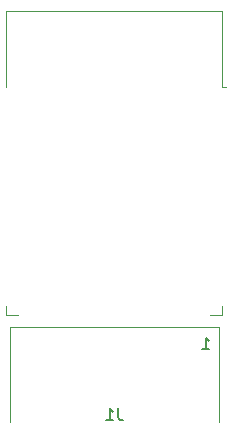
<source format=gbr>
%TF.GenerationSoftware,KiCad,Pcbnew,(5.1.9-0-10_14)*%
%TF.CreationDate,2021-05-27T14:25:20+01:00*%
%TF.ProjectId,Battery,42617474-6572-4792-9e6b-696361645f70,4*%
%TF.SameCoordinates,Original*%
%TF.FileFunction,Legend,Bot*%
%TF.FilePolarity,Positive*%
%FSLAX46Y46*%
G04 Gerber Fmt 4.6, Leading zero omitted, Abs format (unit mm)*
G04 Created by KiCad (PCBNEW (5.1.9-0-10_14)) date 2021-05-27 14:25:20*
%MOMM*%
%LPD*%
G01*
G04 APERTURE LIST*
%ADD10C,0.120000*%
%ADD11C,0.150000*%
G04 APERTURE END LIST*
D10*
%TO.C,U1*%
X135820000Y-98705000D02*
X136200000Y-98705000D01*
X135820000Y-92285000D02*
X135820000Y-98705000D01*
X117580000Y-92285000D02*
X117580000Y-98705000D01*
X135820000Y-92285000D02*
X117580000Y-92285000D01*
X117580000Y-118030000D02*
X118580000Y-118030000D01*
X117580000Y-117250000D02*
X117580000Y-118030000D01*
X135820000Y-118030000D02*
X134820000Y-118030000D01*
X135820000Y-117250000D02*
X135820000Y-118030000D01*
%TO.C,J1*%
X117870000Y-119100000D02*
X117870000Y-127100000D01*
X135570000Y-119100000D02*
X117870000Y-119100000D01*
X135570000Y-119100000D02*
X135570000Y-127100000D01*
D11*
X127053333Y-125952380D02*
X127053333Y-126666666D01*
X127100952Y-126809523D01*
X127196190Y-126904761D01*
X127339047Y-126952380D01*
X127434285Y-126952380D01*
X126053333Y-126952380D02*
X126624761Y-126952380D01*
X126339047Y-126952380D02*
X126339047Y-125952380D01*
X126434285Y-126095238D01*
X126529523Y-126190476D01*
X126624761Y-126238095D01*
X134184285Y-120952380D02*
X134755714Y-120952380D01*
X134470000Y-120952380D02*
X134470000Y-119952380D01*
X134565238Y-120095238D01*
X134660476Y-120190476D01*
X134755714Y-120238095D01*
%TD*%
M02*

</source>
